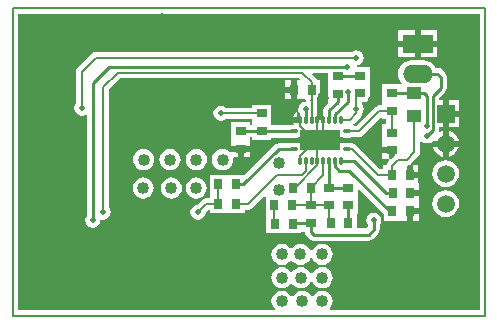
<source format=gbl>
%FSLAX25Y25*%
%MOIN*%
G70*
G01*
G75*
G04 Layer_Physical_Order=2*
G04 Layer_Color=16711680*
%ADD10R,0.10630X0.03937*%
%ADD11R,0.15748X0.17716*%
%ADD12R,0.14410X0.09843*%
%ADD13R,0.14410X0.07874*%
%ADD14R,0.01969X0.06299*%
%ADD15R,0.03543X0.02126*%
%ADD16R,0.09843X0.14410*%
%ADD17R,0.07874X0.14410*%
%ADD18R,0.06299X0.01969*%
%ADD19R,0.02126X0.03543*%
%ADD20C,0.01000*%
%ADD21C,0.02000*%
%ADD22C,0.00800*%
%ADD23R,0.05400X0.12900*%
%ADD24R,0.21600X0.06537*%
%ADD25C,0.00500*%
%ADD26C,0.05906*%
%ADD27R,0.05906X0.05906*%
%ADD28O,0.10000X0.06000*%
%ADD29R,0.10000X0.06000*%
%ADD30C,0.04000*%
%ADD31C,0.02000*%
%ADD32C,0.03000*%
%ADD33R,0.02756X0.03347*%
%ADD34R,0.03347X0.02756*%
%ADD35R,0.05118X0.03937*%
%ADD36R,0.13386X0.07087*%
%ADD37O,0.02756X0.01181*%
%ADD38O,0.01181X0.02756*%
G36*
X155696Y1784D02*
X105797D01*
X105636Y2258D01*
X105696Y2304D01*
X106257Y3035D01*
X106610Y3886D01*
X106730Y4800D01*
X106610Y5714D01*
X106257Y6565D01*
X105696Y7296D01*
X104965Y7857D01*
X104114Y8210D01*
X103200Y8330D01*
X102286Y8210D01*
X101435Y7857D01*
X100704Y7296D01*
X100143Y6565D01*
X100100Y6462D01*
X99600D01*
X99557Y6565D01*
X98996Y7296D01*
X98265Y7857D01*
X97414Y8210D01*
X96500Y8330D01*
X95586Y8210D01*
X94735Y7857D01*
X94004Y7296D01*
X93443Y6565D01*
X93400Y6462D01*
X92900D01*
X92857Y6565D01*
X92296Y7296D01*
X91565Y7857D01*
X90714Y8210D01*
X89800Y8330D01*
X88886Y8210D01*
X88035Y7857D01*
X87304Y7296D01*
X86743Y6565D01*
X86390Y5714D01*
X86270Y4800D01*
X86390Y3886D01*
X86743Y3035D01*
X87304Y2304D01*
X87364Y2258D01*
X87203Y1784D01*
X1784D01*
Y100578D01*
X155696D01*
Y1784D01*
D02*
G37*
%LPC*%
G36*
X43700Y55530D02*
X42786Y55410D01*
X41935Y55057D01*
X41204Y54496D01*
X40643Y53765D01*
X40290Y52914D01*
X40170Y52000D01*
X40290Y51086D01*
X40643Y50235D01*
X41204Y49504D01*
X41935Y48943D01*
X42786Y48590D01*
X43700Y48470D01*
X44614Y48590D01*
X45465Y48943D01*
X46196Y49504D01*
X46757Y50235D01*
X47110Y51086D01*
X47230Y52000D01*
X47110Y52914D01*
X46757Y53765D01*
X46196Y54496D01*
X45465Y55057D01*
X44614Y55410D01*
X43700Y55530D01*
D02*
G37*
G36*
X135278Y50073D02*
X133400D01*
Y47900D01*
X135278D01*
Y50073D01*
D02*
G37*
G36*
X144400Y51791D02*
X143238Y51638D01*
X142154Y51190D01*
X141224Y50476D01*
X140510Y49546D01*
X140062Y48462D01*
X139909Y47300D01*
X140062Y46138D01*
X140510Y45054D01*
X141224Y44124D01*
X142154Y43411D01*
X143238Y42962D01*
X144400Y42809D01*
X145562Y42962D01*
X146646Y43411D01*
X147576Y44124D01*
X148290Y45054D01*
X148738Y46138D01*
X148891Y47300D01*
X148738Y48462D01*
X148290Y49546D01*
X147576Y50476D01*
X146646Y51190D01*
X145562Y51638D01*
X144400Y51791D01*
D02*
G37*
G36*
X52467Y55530D02*
X51553Y55410D01*
X50701Y55057D01*
X49970Y54496D01*
X49409Y53765D01*
X49057Y52914D01*
X48936Y52000D01*
X49057Y51086D01*
X49409Y50235D01*
X49970Y49504D01*
X50701Y48943D01*
X51553Y48590D01*
X52467Y48470D01*
X53380Y48590D01*
X54232Y48943D01*
X54963Y49504D01*
X55524Y50235D01*
X55876Y51086D01*
X55997Y52000D01*
X55876Y52914D01*
X55524Y53765D01*
X54963Y54496D01*
X54232Y55057D01*
X53380Y55410D01*
X52467Y55530D01*
D02*
G37*
G36*
X125400Y54100D02*
X123227D01*
Y52222D01*
X125400D01*
Y54100D01*
D02*
G37*
G36*
X70000Y55530D02*
X69086Y55410D01*
X68235Y55057D01*
X67504Y54496D01*
X66943Y53765D01*
X66590Y52914D01*
X66470Y52000D01*
X66590Y51086D01*
X66943Y50235D01*
X67504Y49504D01*
X68235Y48943D01*
X69086Y48590D01*
X70000Y48470D01*
X70914Y48590D01*
X71765Y48943D01*
X72496Y49504D01*
X73057Y50235D01*
X73410Y51086D01*
X73530Y52000D01*
X73485Y52346D01*
X73814Y52722D01*
X75100D01*
Y54600D01*
X72927D01*
Y54731D01*
X72478Y54510D01*
X71765Y55057D01*
X70914Y55410D01*
X70000Y55530D01*
D02*
G37*
G36*
X61233D02*
X60320Y55410D01*
X59468Y55057D01*
X58737Y54496D01*
X58176Y53765D01*
X57823Y52914D01*
X57703Y52000D01*
X57823Y51086D01*
X58176Y50235D01*
X58737Y49504D01*
X59468Y48943D01*
X60320Y48590D01*
X61233Y48470D01*
X62147Y48590D01*
X62998Y48943D01*
X63730Y49504D01*
X64291Y50235D01*
X64643Y51086D01*
X64764Y52000D01*
X64643Y52914D01*
X64291Y53765D01*
X63730Y54496D01*
X62998Y55057D01*
X62147Y55410D01*
X61233Y55530D01*
D02*
G37*
G36*
X135383Y33700D02*
X133505D01*
Y31527D01*
X135383D01*
Y33700D01*
D02*
G37*
G36*
X103200Y23930D02*
X102286Y23810D01*
X101435Y23457D01*
X100704Y22896D01*
X100143Y22165D01*
X99825Y21398D01*
X99325D01*
X99007Y22165D01*
X98446Y22896D01*
X97715Y23457D01*
X96864Y23810D01*
X95950Y23930D01*
X95036Y23810D01*
X94185Y23457D01*
X93454Y22896D01*
X93125Y22468D01*
X92625D01*
X92296Y22896D01*
X91565Y23457D01*
X90714Y23810D01*
X89800Y23930D01*
X88886Y23810D01*
X88035Y23457D01*
X87304Y22896D01*
X86743Y22165D01*
X86390Y21314D01*
X86270Y20400D01*
X86390Y19486D01*
X86743Y18635D01*
X87304Y17904D01*
X88035Y17343D01*
X88886Y16990D01*
X89800Y16870D01*
X90714Y16990D01*
X91565Y17343D01*
X92296Y17904D01*
X92625Y18332D01*
X93125D01*
X93454Y17904D01*
X94185Y17343D01*
X95036Y16990D01*
X95950Y16870D01*
X96864Y16990D01*
X97715Y17343D01*
X98446Y17904D01*
X99007Y18635D01*
X99325Y19402D01*
X99825D01*
X100143Y18635D01*
X100704Y17904D01*
X101435Y17343D01*
X102286Y16990D01*
X103200Y16870D01*
X104114Y16990D01*
X104965Y17343D01*
X105696Y17904D01*
X106257Y18635D01*
X106610Y19486D01*
X106730Y20400D01*
X106610Y21314D01*
X106257Y22165D01*
X105696Y22896D01*
X104965Y23457D01*
X104114Y23810D01*
X103200Y23930D01*
D02*
G37*
G36*
Y16130D02*
X102286Y16010D01*
X101435Y15657D01*
X100704Y15096D01*
X100143Y14365D01*
X99900Y13779D01*
X99400D01*
X99157Y14365D01*
X98596Y15096D01*
X97865Y15657D01*
X97014Y16010D01*
X96100Y16130D01*
X95186Y16010D01*
X94335Y15657D01*
X93604Y15096D01*
X93200Y14570D01*
X92700D01*
X92296Y15096D01*
X91565Y15657D01*
X90714Y16010D01*
X89800Y16130D01*
X88886Y16010D01*
X88035Y15657D01*
X87304Y15096D01*
X86743Y14365D01*
X86390Y13514D01*
X86270Y12600D01*
X86390Y11686D01*
X86743Y10835D01*
X87304Y10104D01*
X88035Y9543D01*
X88886Y9190D01*
X89800Y9070D01*
X90714Y9190D01*
X91565Y9543D01*
X92296Y10104D01*
X92700Y10630D01*
X93200D01*
X93604Y10104D01*
X94335Y9543D01*
X95186Y9190D01*
X96100Y9070D01*
X97014Y9190D01*
X97865Y9543D01*
X98596Y10104D01*
X99157Y10835D01*
X99400Y11421D01*
X99900D01*
X100143Y10835D01*
X100704Y10104D01*
X101435Y9543D01*
X102286Y9190D01*
X103200Y9070D01*
X104114Y9190D01*
X104965Y9543D01*
X105696Y10104D01*
X106257Y10835D01*
X106610Y11686D01*
X106730Y12600D01*
X106610Y13514D01*
X106257Y14365D01*
X105696Y15096D01*
X104965Y15657D01*
X104114Y16010D01*
X103200Y16130D01*
D02*
G37*
G36*
X144400Y41791D02*
X143238Y41638D01*
X142154Y41190D01*
X141224Y40476D01*
X140510Y39546D01*
X140062Y38462D01*
X139909Y37300D01*
X140062Y36138D01*
X140510Y35054D01*
X141224Y34124D01*
X142154Y33411D01*
X143238Y32962D01*
X144400Y32809D01*
X145562Y32962D01*
X146646Y33411D01*
X147576Y34124D01*
X148290Y35054D01*
X148738Y36138D01*
X148891Y37300D01*
X148738Y38462D01*
X148290Y39546D01*
X147576Y40476D01*
X146646Y41190D01*
X145562Y41638D01*
X144400Y41791D01*
D02*
G37*
G36*
X61200Y46030D02*
X60286Y45910D01*
X59435Y45557D01*
X58704Y44996D01*
X58143Y44265D01*
X57790Y43414D01*
X57670Y42500D01*
X57790Y41586D01*
X58143Y40735D01*
X58704Y40004D01*
X59435Y39443D01*
X60286Y39090D01*
X61200Y38970D01*
X62114Y39090D01*
X62965Y39443D01*
X63696Y40004D01*
X64257Y40735D01*
X64610Y41586D01*
X64730Y42500D01*
X64610Y43414D01*
X64257Y44265D01*
X63696Y44996D01*
X62965Y45557D01*
X62114Y45910D01*
X61200Y46030D01*
D02*
G37*
G36*
X52900D02*
X51986Y45910D01*
X51135Y45557D01*
X50404Y44996D01*
X49843Y44265D01*
X49490Y43414D01*
X49370Y42500D01*
X49490Y41586D01*
X49843Y40735D01*
X50404Y40004D01*
X51135Y39443D01*
X51986Y39090D01*
X52900Y38970D01*
X53814Y39090D01*
X54665Y39443D01*
X55396Y40004D01*
X55957Y40735D01*
X56310Y41586D01*
X56430Y42500D01*
X56310Y43414D01*
X55957Y44265D01*
X55396Y44996D01*
X54665Y45557D01*
X53814Y45910D01*
X52900Y46030D01*
D02*
G37*
G36*
X43500D02*
X42586Y45910D01*
X41735Y45557D01*
X41004Y44996D01*
X40443Y44265D01*
X40090Y43414D01*
X39970Y42500D01*
X40090Y41586D01*
X40443Y40735D01*
X41004Y40004D01*
X41735Y39443D01*
X42586Y39090D01*
X43500Y38970D01*
X44414Y39090D01*
X45265Y39443D01*
X45996Y40004D01*
X46557Y40735D01*
X46910Y41586D01*
X47030Y42500D01*
X46910Y43414D01*
X46557Y44265D01*
X45996Y44996D01*
X45265Y45557D01*
X44414Y45910D01*
X43500Y46030D01*
D02*
G37*
G36*
X92795Y78473D02*
X90917D01*
Y76300D01*
X92795D01*
Y78473D01*
D02*
G37*
G36*
Y74300D02*
X90917D01*
Y72127D01*
X92795D01*
Y74300D01*
D02*
G37*
G36*
X148853Y71753D02*
X145400D01*
Y68300D01*
X148853D01*
Y71753D01*
D02*
G37*
G36*
X134000Y89600D02*
X128500D01*
Y86100D01*
X134000D01*
Y89600D01*
D02*
G37*
G36*
X141500Y95100D02*
X136000D01*
Y91600D01*
X141500D01*
Y95100D01*
D02*
G37*
G36*
X134000D02*
X128500D01*
Y91600D01*
X134000D01*
Y95100D01*
D02*
G37*
G36*
X141500Y89600D02*
X136000D01*
Y86100D01*
X141500D01*
Y89600D01*
D02*
G37*
G36*
X145400Y61659D02*
Y58300D01*
X148759D01*
X148738Y58462D01*
X148290Y59546D01*
X147576Y60476D01*
X146646Y61190D01*
X145562Y61638D01*
X145400Y61659D01*
D02*
G37*
G36*
X148759Y56300D02*
X145400D01*
Y52940D01*
X145562Y52962D01*
X146646Y53411D01*
X147576Y54124D01*
X148290Y55054D01*
X148738Y56138D01*
X148759Y56300D01*
D02*
G37*
G36*
X143400D02*
X140041D01*
X140062Y56138D01*
X140510Y55054D01*
X141224Y54124D01*
X142154Y53411D01*
X143238Y52962D01*
X143400Y52940D01*
Y56300D01*
D02*
G37*
G36*
X79273Y54600D02*
X77100D01*
Y52722D01*
X79273D01*
Y54600D01*
D02*
G37*
G36*
X94710Y67923D02*
X94203Y67584D01*
X93741Y66893D01*
X93621Y66290D01*
X94710D01*
Y67923D01*
D02*
G37*
G36*
X114600Y88449D02*
X113625Y88255D01*
X112999Y87837D01*
X27700D01*
X26959Y87690D01*
X26330Y87270D01*
X21630Y82570D01*
X21210Y81941D01*
X21063Y81200D01*
Y70801D01*
X20645Y70175D01*
X20451Y69200D01*
X20645Y68225D01*
X21198Y67398D01*
X22025Y66845D01*
X23000Y66651D01*
X23976Y66845D01*
X24220Y67008D01*
X24661Y66773D01*
Y36100D01*
Y34500D01*
Y33248D01*
X24345Y32776D01*
X24151Y31800D01*
X24345Y30825D01*
X24898Y29998D01*
X25725Y29445D01*
X26700Y29251D01*
X27676Y29445D01*
X28502Y29998D01*
X29055Y30825D01*
X29249Y31800D01*
X30104Y31970D01*
X30200Y31951D01*
X31176Y32145D01*
X32002Y32698D01*
X32555Y33525D01*
X32749Y34500D01*
X32555Y35476D01*
X32137Y36101D01*
Y75298D01*
X35902Y79063D01*
X95528D01*
X95806Y78647D01*
X95734Y78473D01*
X94794D01*
Y75299D01*
Y72127D01*
X96672D01*
Y72127D01*
X96672D01*
X96672Y72127D01*
X96822D01*
Y72127D01*
X97322D01*
X97640Y71740D01*
X97637Y71727D01*
X97710Y71359D01*
Y71257D01*
X97700Y71249D01*
X96724Y71055D01*
X95898Y70502D01*
X95345Y69675D01*
X95151Y68700D01*
X95197Y68467D01*
X94920Y68052D01*
X95266Y68120D01*
X95345Y67725D01*
X95639Y67284D01*
Y66542D01*
X95547Y66077D01*
Y65289D01*
Y64502D01*
X95589Y64290D01*
X93621D01*
X93704Y63871D01*
X93387Y63484D01*
X92954D01*
X92490Y63392D01*
X86273D01*
Y64169D01*
X86273Y64169D01*
D01*
D01*
X86273Y64372D01*
Y64388D01*
Y64447D01*
X86273Y64522D01*
X86273Y64726D01*
X86273Y64726D01*
X86273D01*
Y70278D01*
X79927D01*
Y69337D01*
X71101D01*
X70476Y69755D01*
X69500Y69949D01*
X68524Y69755D01*
X67698Y69202D01*
X67145Y68375D01*
X66951Y67400D01*
X67145Y66425D01*
X67698Y65598D01*
X68524Y65045D01*
X69500Y64851D01*
X70476Y65045D01*
X71101Y65463D01*
X79927D01*
Y64726D01*
X79927Y64726D01*
X79927D01*
X79927Y64522D01*
Y64372D01*
D01*
D01*
X79927D01*
Y63534D01*
X79273D01*
Y64384D01*
X72927D01*
Y58832D01*
X72927Y58832D01*
X72927D01*
X72927Y58628D01*
Y58478D01*
D01*
D01*
D01*
X72927D01*
D01*
Y56600D01*
X79273D01*
Y58274D01*
X79273Y58274D01*
D01*
D01*
X79273Y58478D01*
Y58494D01*
Y58553D01*
X79273Y58628D01*
X79273Y58832D01*
X79273Y58832D01*
X79273D01*
Y59455D01*
X79927D01*
Y58617D01*
X86273D01*
Y59314D01*
X92490D01*
X92954Y59221D01*
X94407D01*
Y59221D01*
X94529D01*
X95345Y59383D01*
X95370Y59400D01*
X109830D01*
X109855Y59383D01*
X110671Y59221D01*
X110793D01*
Y59221D01*
X112246D01*
X113061Y59383D01*
X113109Y59416D01*
X115353D01*
X116094Y59563D01*
X116723Y59983D01*
X122765Y66025D01*
X123227Y65834D01*
Y65417D01*
X124463D01*
Y63884D01*
X123227D01*
Y58128D01*
X123227Y58128D01*
X123227Y57978D01*
X123227D01*
Y56100D01*
X126401D01*
Y55101D01*
X127400D01*
Y53425D01*
X127052Y53192D01*
X126082Y52222D01*
X125429D01*
X125620Y51760D01*
X125125Y51264D01*
X124705Y50636D01*
X124593Y50073D01*
X123617D01*
Y48837D01*
X122502D01*
X114523Y56817D01*
X113894Y57237D01*
X113153Y57384D01*
X113109D01*
X113061Y57416D01*
X112246Y57579D01*
X110793D01*
Y57579D01*
X110671D01*
X109855Y57417D01*
X109830Y57400D01*
X95370D01*
X95345Y57417D01*
X94529Y57579D01*
X94407D01*
Y57579D01*
X92954D01*
X92490Y57486D01*
X88700D01*
X87920Y57331D01*
X87258Y56889D01*
X77242Y46873D01*
X71826D01*
X71826Y46873D01*
Y46873D01*
X71622Y46873D01*
X71547D01*
X71472D01*
X71268Y46873D01*
X71268Y46873D01*
Y46873D01*
X65716D01*
Y40527D01*
X65716Y40527D01*
X65716Y40373D01*
X65716D01*
Y39137D01*
X64500D01*
X63759Y38990D01*
X63130Y38570D01*
X61562Y37002D01*
X60825Y36855D01*
X59998Y36302D01*
X59445Y35476D01*
X59251Y34500D01*
X59445Y33525D01*
X59998Y32698D01*
X60825Y32145D01*
X61800Y31951D01*
X62775Y32145D01*
X63602Y32698D01*
X64155Y33525D01*
X64302Y34262D01*
X65255Y35215D01*
X65716Y35024D01*
Y34027D01*
X71472D01*
Y34027D01*
X71622D01*
X71826Y34027D01*
X71826Y34027D01*
Y34027D01*
X77378D01*
Y35263D01*
X78600D01*
X79341Y35410D01*
X79970Y35830D01*
X83955Y39815D01*
X84249Y39693D01*
D01*
X84417Y39624D01*
Y33532D01*
X84617D01*
Y27432D01*
X90372D01*
Y27432D01*
X90372D01*
X90372Y27432D01*
X90522D01*
Y27432D01*
X96278D01*
Y27928D01*
X96327D01*
Y27928D01*
X97461D01*
Y27900D01*
X97616Y27120D01*
X98058Y26458D01*
X98958Y25558D01*
X99620Y25116D01*
X100400Y24961D01*
X118700D01*
X119480Y25116D01*
X120142Y25558D01*
X120142Y25558D01*
X120142Y25558D01*
X121842Y27258D01*
X122284Y27920D01*
X122439Y28700D01*
X122439Y28700D01*
X122439Y28700D01*
Y28700D01*
Y30252D01*
X122755Y30724D01*
X122949Y31700D01*
X122755Y32675D01*
X122202Y33502D01*
X121376Y34055D01*
X120400Y34249D01*
X119424Y34055D01*
X118598Y33502D01*
X118045Y32675D01*
X117851Y31700D01*
X118045Y30724D01*
X118361Y30252D01*
Y29545D01*
X117855Y29039D01*
X114784D01*
Y33816D01*
X115073D01*
Y39572D01*
D01*
Y39572D01*
X115073Y39572D01*
Y39722D01*
X115073D01*
Y41890D01*
X115535Y42081D01*
X123722Y33894D01*
Y31527D01*
X129478D01*
Y31527D01*
X129478D01*
X129478Y31527D01*
X129628D01*
Y31527D01*
X131506D01*
Y34701D01*
X132504D01*
Y35700D01*
X135383D01*
Y37727D01*
X135478D01*
Y39900D01*
X132599D01*
Y41900D01*
X135478D01*
Y44073D01*
X135278D01*
Y45900D01*
X132399D01*
Y46899D01*
X131400D01*
Y49900D01*
X132063Y50032D01*
X132125Y50073D01*
X132966D01*
X132775Y50535D01*
X135270Y53030D01*
X135690Y53659D01*
X135837Y54400D01*
X135837Y54400D01*
X135837Y54400D01*
Y54400D01*
Y57808D01*
X136278Y58044D01*
X137024Y57545D01*
X138000Y57351D01*
X138976Y57545D01*
X139531Y57916D01*
X139955Y57652D01*
X140040Y58300D01*
X143400D01*
Y61659D01*
X143238Y61638D01*
X142365Y61277D01*
X141978Y61594D01*
X142039Y61900D01*
Y62847D01*
X143400D01*
Y67299D01*
Y71753D01*
X142039D01*
Y72355D01*
X144142Y74458D01*
X144584Y75120D01*
X144739Y75900D01*
X144739Y75900D01*
Y79500D01*
X144584Y80280D01*
X144142Y80942D01*
X143042Y82042D01*
X142380Y82484D01*
X141600Y82639D01*
X141026D01*
X140931Y82869D01*
X140209Y83809D01*
X139269Y84531D01*
X138175Y84984D01*
X137000Y85139D01*
X133000D01*
X131825Y84984D01*
X130731Y84531D01*
X129791Y83809D01*
X129069Y82869D01*
X128616Y81775D01*
X128461Y80600D01*
X128616Y79425D01*
X129069Y78331D01*
X129686Y77526D01*
X129465Y77078D01*
X123227D01*
Y71322D01*
X123227Y71322D01*
X123227Y71172D01*
X123227D01*
Y70232D01*
X122294D01*
X121553Y70084D01*
X120925Y69664D01*
X114550Y63290D01*
X113678D01*
X113533Y63769D01*
X113760Y63920D01*
X113760D01*
X113760Y63920D01*
X115970Y66130D01*
X115970Y66130D01*
X115970Y66130D01*
X116390Y66759D01*
X116452Y67072D01*
X116955Y67825D01*
X117149Y68800D01*
X116955Y69775D01*
X116537Y70401D01*
Y71216D01*
X118973D01*
Y76972D01*
D01*
Y76972D01*
X118973Y76972D01*
Y77122D01*
X118973D01*
Y82878D01*
X114772D01*
X114723Y83376D01*
X115576Y83545D01*
X116402Y84098D01*
X116955Y84925D01*
X117149Y85900D01*
X116955Y86875D01*
X116402Y87702D01*
X115576Y88255D01*
X114600Y88449D01*
D02*
G37*
G36*
X148853Y66300D02*
X145400D01*
Y62847D01*
X148853D01*
Y66300D01*
D02*
G37*
%LPD*%
G36*
X105127Y77022D02*
X105127Y77022D01*
X105127Y76872D01*
X105127D01*
Y71117D01*
X105127Y71117D01*
X105127D01*
X105187Y70971D01*
X104111Y69895D01*
X103669Y69233D01*
X103514Y68453D01*
Y68195D01*
X103513Y68195D01*
Y66541D01*
X103421Y66077D01*
Y65289D01*
X101779D01*
Y66077D01*
X101617Y66893D01*
X101585Y66941D01*
Y68203D01*
X101616Y68209D01*
X101584Y68234D01*
Y71800D01*
Y72127D01*
X102578D01*
Y78473D01*
X101523D01*
X101490Y78641D01*
X101070Y79270D01*
X99841Y80499D01*
X100032Y80961D01*
X105127D01*
Y77022D01*
D02*
G37*
D20*
X135000Y80600D02*
X141600D01*
X140000Y73200D02*
X142700Y75900D01*
X141600Y80600D02*
X142700Y79500D01*
X140000Y61900D02*
Y73200D01*
X142700Y75900D02*
Y79500D01*
X138000Y59900D02*
X140000Y61900D01*
X136926Y74200D02*
X137000Y74274D01*
X133826Y74200D02*
X136926D01*
X133826Y74300D02*
X133900D01*
X137000Y74274D02*
X138000Y73274D01*
Y63200D02*
Y73274D01*
X32100Y83000D02*
X111600D01*
X26700Y31800D02*
Y36100D01*
Y77600D01*
Y34500D02*
Y36100D01*
X126400Y74200D02*
X133826D01*
X133900Y74274D02*
X133926Y74300D01*
X99500Y27900D02*
X100400Y27000D01*
X120400Y28700D02*
Y31700D01*
X118700Y27000D02*
X120400Y28700D01*
X100400Y27000D02*
X118700D01*
X99500Y27900D02*
Y30806D01*
X133826Y74200D02*
X133900Y74274D01*
X107521Y49679D02*
Y51510D01*
Y49679D02*
X108900Y48300D01*
X112200D01*
X105553Y42653D02*
Y51510D01*
Y42653D02*
X105600Y42606D01*
X111894D01*
X111900Y42600D01*
Y31011D02*
Y36694D01*
Y31011D02*
X111906Y31006D01*
X93600Y30806D02*
X99500D01*
X93400Y30606D02*
X93600Y30806D01*
X83242Y61353D02*
X93742D01*
X83100Y61494D02*
X83242Y61353D01*
X76111Y61494D02*
X83100D01*
X76100Y61506D02*
X76111Y61494D01*
X105553Y65290D02*
Y68453D01*
X108300Y71200D01*
Y73994D01*
Y79900D02*
X114600D01*
X109490Y51510D02*
X113690D01*
X124300Y40900D02*
X126694D01*
X113690Y51510D02*
X124300Y40900D01*
X125800Y34700D02*
X126600D01*
X112200Y48300D02*
X125800Y34700D01*
X97679Y65290D02*
Y68679D01*
X97700Y68700D01*
X107521Y65290D02*
Y67121D01*
X111700Y71300D02*
Y74400D01*
X107521Y67121D02*
X111700Y71300D01*
X74500Y43700D02*
X74600D01*
X88700Y55447D02*
X93742D01*
X74500Y43700D02*
X76953D01*
X88700Y55447D01*
X26700Y77600D02*
X32100Y83000D01*
D22*
X27700Y85900D02*
X114600D01*
X126400Y61006D02*
Y68294D01*
X111458Y55447D02*
X113153D01*
X121700Y46900D01*
X126494D01*
X103584Y46690D02*
Y51510D01*
X99500Y42606D02*
X103584Y46690D01*
X99500Y36711D02*
Y42606D01*
Y36711D02*
X105589D01*
X105600Y36700D01*
Y31406D02*
Y36700D01*
Y31406D02*
X106000Y31006D01*
X93206Y36711D02*
X99500D01*
X93200Y36706D02*
X93206Y36711D01*
X87294Y30806D02*
Y36706D01*
Y30806D02*
X87494Y30606D01*
X97679Y48079D02*
Y51510D01*
X96400Y46800D02*
X97679Y48079D01*
X109490Y65290D02*
X112390D01*
X114600Y67500D01*
X111458Y61353D02*
X115353D01*
X122294Y68294D01*
X126400D01*
X126494Y49894D02*
X128422Y51822D01*
X126494Y46900D02*
Y49894D01*
X131322Y51822D02*
X133900Y54400D01*
X128422Y51822D02*
X131322D01*
X133900Y54400D02*
Y66400D01*
X68594Y37200D02*
Y43700D01*
X114600Y67500D02*
Y68800D01*
Y73994D01*
X69500Y67400D02*
X83100D01*
X99647Y65290D02*
Y71800D01*
Y75247D01*
X99574Y71727D02*
X99647Y71800D01*
X30200Y34500D02*
Y76100D01*
X64500Y37200D02*
X68594D01*
X61800Y34500D02*
X64500Y37200D01*
X88200Y46800D02*
X96400D01*
X74500Y37200D02*
X78600D01*
X88200Y46800D01*
X30200Y76100D02*
X35100Y81000D01*
X96600D01*
X99700Y75300D02*
Y77900D01*
X96600Y81000D02*
X99700Y77900D01*
X23000Y69200D02*
Y81200D01*
X27700Y85900D01*
X101616Y59984D02*
Y65290D01*
X95710Y63190D02*
Y65290D01*
Y63190D02*
X99800Y59100D01*
X102500D01*
X101616Y51510D02*
Y57416D01*
X95710Y51510D02*
Y53210D01*
X100900Y58400D01*
X93594Y42606D02*
X94044D01*
X101616Y50177D01*
Y51510D01*
X103584Y59384D02*
Y65290D01*
D25*
X0Y102362D02*
X157480D01*
Y0D02*
Y102362D01*
X0Y0D02*
X157480D01*
X0D02*
Y102362D01*
D26*
X144400Y37300D02*
D03*
Y47300D02*
D03*
Y57300D02*
D03*
D27*
Y67300D02*
D03*
D28*
X135000Y80600D02*
D03*
D29*
Y90600D02*
D03*
D30*
X152500Y9600D02*
D03*
X152700Y23200D02*
D03*
X152100Y37100D02*
D03*
Y49500D02*
D03*
X87600Y73200D02*
D03*
X72000Y73600D02*
D03*
X63400Y62600D02*
D03*
X49800Y98800D02*
D03*
X120000Y71300D02*
D03*
X151400Y64800D02*
D03*
X151600Y74300D02*
D03*
X151800Y84500D02*
D03*
Y98500D02*
D03*
X113900Y96400D02*
D03*
X73100Y95800D02*
D03*
X87700Y95900D02*
D03*
X105000Y96200D02*
D03*
X122100Y96100D02*
D03*
X6800Y5200D02*
D03*
X20100Y5800D02*
D03*
X19600Y13500D02*
D03*
X7000Y13400D02*
D03*
X6600Y22600D02*
D03*
X18200Y22500D02*
D03*
X18300Y31500D02*
D03*
X5400D02*
D03*
X30100Y26700D02*
D03*
X72000Y28400D02*
D03*
X52900Y27100D02*
D03*
X44200Y27200D02*
D03*
X61400Y27600D02*
D03*
X80400Y28100D02*
D03*
X80700Y20300D02*
D03*
X61600Y20600D02*
D03*
X44300Y20100D02*
D03*
X89800Y20400D02*
D03*
X95950D02*
D03*
X103200D02*
D03*
Y12600D02*
D03*
X96100D02*
D03*
X89800D02*
D03*
Y4800D02*
D03*
X96500D02*
D03*
X103200D02*
D03*
X88700Y50900D02*
D03*
Y41900D02*
D03*
X61233Y52000D02*
D03*
X61200Y42500D02*
D03*
X52467Y52000D02*
D03*
X52900Y42500D02*
D03*
X43700Y52000D02*
D03*
X43500Y42500D02*
D03*
X70000Y52000D02*
D03*
X63800Y70800D02*
D03*
X88300Y67099D02*
D03*
X52000Y72900D02*
D03*
X52400Y63200D02*
D03*
X103600Y72600D02*
D03*
X36900Y73000D02*
D03*
X37200Y60400D02*
D03*
X44600Y66800D02*
D03*
X35900Y67100D02*
D03*
D31*
X26700Y31800D02*
D03*
X138000Y63200D02*
D03*
Y59900D02*
D03*
X120400Y31700D02*
D03*
X111700Y74400D02*
D03*
X111600Y83000D02*
D03*
X114600Y68800D02*
D03*
Y85900D02*
D03*
X23000Y69200D02*
D03*
X69500Y67400D02*
D03*
X97700Y68700D02*
D03*
X30200Y34500D02*
D03*
X61800D02*
D03*
D32*
X102500Y59900D02*
D03*
D33*
X87295Y36705D02*
D03*
X93200D02*
D03*
X93795Y75300D02*
D03*
X99700D02*
D03*
X132506Y34700D02*
D03*
X126600D02*
D03*
X74500Y43700D02*
D03*
X68594D02*
D03*
X74500Y37200D02*
D03*
X68594D02*
D03*
X106000Y31005D02*
D03*
X111906D02*
D03*
X99500Y42606D02*
D03*
X93594D02*
D03*
X93400Y30606D02*
D03*
X87494D02*
D03*
X132600Y40900D02*
D03*
X126695D02*
D03*
X132400Y46900D02*
D03*
X126495D02*
D03*
D34*
X105600Y36700D02*
D03*
Y42606D02*
D03*
X111900Y36694D02*
D03*
Y42600D02*
D03*
X76100Y61506D02*
D03*
Y55600D02*
D03*
X126400Y61006D02*
D03*
Y55100D02*
D03*
X115800Y74094D02*
D03*
Y80000D02*
D03*
X126400Y74200D02*
D03*
Y68295D02*
D03*
X108300Y79900D02*
D03*
Y73994D02*
D03*
X83100Y67400D02*
D03*
Y61494D02*
D03*
X99500Y30806D02*
D03*
Y36711D02*
D03*
D35*
X133900Y74274D02*
D03*
Y66400D02*
D03*
D36*
X102600Y58400D02*
D03*
D37*
X111458Y55447D02*
D03*
Y61353D02*
D03*
X93742D02*
D03*
Y55447D02*
D03*
D38*
X109490Y65290D02*
D03*
X107521D02*
D03*
X105553D02*
D03*
X103584D02*
D03*
X101616D02*
D03*
X99647D02*
D03*
X97679D02*
D03*
X95710D02*
D03*
Y51510D02*
D03*
X97679D02*
D03*
X99647D02*
D03*
X101616D02*
D03*
X103584D02*
D03*
X105553D02*
D03*
X107521D02*
D03*
X109490D02*
D03*
M02*

</source>
